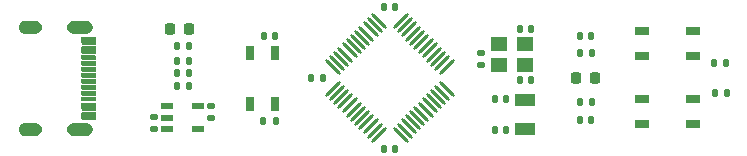
<source format=gtp>
%TF.GenerationSoftware,KiCad,Pcbnew,7.0.6*%
%TF.CreationDate,2023-07-08T14:11:42+08:00*%
%TF.ProjectId,UINIO-MCU-GD32F103C,55494e49-4f2d-44d4-9355-2d4744333246,Version 2.0.0*%
%TF.SameCoordinates,PX92f3a10PY5584170*%
%TF.FileFunction,Paste,Top*%
%TF.FilePolarity,Positive*%
%FSLAX46Y46*%
G04 Gerber Fmt 4.6, Leading zero omitted, Abs format (unit mm)*
G04 Created by KiCad (PCBNEW 7.0.6) date 2023-07-08 14:11:42*
%MOMM*%
%LPD*%
G01*
G04 APERTURE LIST*
G04 Aperture macros list*
%AMRoundRect*
0 Rectangle with rounded corners*
0 $1 Rounding radius*
0 $2 $3 $4 $5 $6 $7 $8 $9 X,Y pos of 4 corners*
0 Add a 4 corners polygon primitive as box body*
4,1,4,$2,$3,$4,$5,$6,$7,$8,$9,$2,$3,0*
0 Add four circle primitives for the rounded corners*
1,1,$1+$1,$2,$3*
1,1,$1+$1,$4,$5*
1,1,$1+$1,$6,$7*
1,1,$1+$1,$8,$9*
0 Add four rect primitives between the rounded corners*
20,1,$1+$1,$2,$3,$4,$5,0*
20,1,$1+$1,$4,$5,$6,$7,0*
20,1,$1+$1,$6,$7,$8,$9,0*
20,1,$1+$1,$8,$9,$2,$3,0*%
%AMHorizOval*
0 Thick line with rounded ends*
0 $1 width*
0 $2 $3 position (X,Y) of the first rounded end (center of the circle)*
0 $4 $5 position (X,Y) of the second rounded end (center of the circle)*
0 Add line between two ends*
20,1,$1,$2,$3,$4,$5,0*
0 Add two circle primitives to create the rounded ends*
1,1,$1,$2,$3*
1,1,$1,$4,$5*%
G04 Aperture macros list end*
%ADD10C,0.120000*%
%ADD11RoundRect,0.135000X0.135000X0.185000X-0.135000X0.185000X-0.135000X-0.185000X0.135000X-0.185000X0*%
%ADD12RoundRect,0.140000X0.140000X0.170000X-0.140000X0.170000X-0.140000X-0.170000X0.140000X-0.170000X0*%
%ADD13RoundRect,0.135000X-0.135000X-0.185000X0.135000X-0.185000X0.135000X0.185000X-0.135000X0.185000X0*%
%ADD14R,0.650000X1.200000*%
%ADD15R,1.800000X1.000000*%
%ADD16R,1.000000X0.600000*%
%ADD17RoundRect,0.140000X-0.140000X-0.170000X0.140000X-0.170000X0.140000X0.170000X-0.140000X0.170000X0*%
%ADD18RoundRect,0.218750X-0.218750X-0.256250X0.218750X-0.256250X0.218750X0.256250X-0.218750X0.256250X0*%
%ADD19R,1.200000X0.650000*%
%ADD20RoundRect,0.140000X-0.170000X0.140000X-0.170000X-0.140000X0.170000X-0.140000X0.170000X0.140000X0*%
%ADD21R,1.150000X0.600000*%
%ADD22R,1.150000X0.300000*%
%ADD23RoundRect,0.140000X0.170000X-0.140000X0.170000X0.140000X-0.170000X0.140000X-0.170000X-0.140000X0*%
%ADD24R,1.400000X1.200000*%
%ADD25RoundRect,0.135000X0.185000X-0.135000X0.185000X0.135000X-0.185000X0.135000X-0.185000X-0.135000X0*%
%ADD26HorizOval,0.280000X-0.537401X0.537401X0.537401X-0.537401X0*%
%ADD27HorizOval,0.280000X0.537401X0.537401X-0.537401X-0.537401X0*%
%ADD28RoundRect,0.218750X0.218750X0.256250X-0.218750X0.256250X-0.218750X-0.256250X0.218750X-0.256250X0*%
G04 APERTURE END LIST*
%TO.C,USB1*%
D10*
X-29354940Y-7272130D02*
X-30504940Y-7272130D01*
X-30504940Y-6672130D01*
X-29354940Y-6672130D01*
X-29354940Y-7272130D01*
G36*
X-29354940Y-7272130D02*
G01*
X-30504940Y-7272130D01*
X-30504940Y-6672130D01*
X-29354940Y-6672130D01*
X-29354940Y-7272130D01*
G37*
X-29354940Y-8072130D02*
X-30504940Y-8072130D01*
X-30504940Y-7472130D01*
X-29354940Y-7472130D01*
X-29354940Y-8072130D01*
G36*
X-29354940Y-8072130D02*
G01*
X-30504940Y-8072130D01*
X-30504940Y-7472130D01*
X-29354940Y-7472130D01*
X-29354940Y-8072130D01*
G37*
X-29354940Y-8572130D02*
X-30504940Y-8572130D01*
X-30504940Y-8272130D01*
X-29354940Y-8272130D01*
X-29354940Y-8572130D01*
G36*
X-29354940Y-8572130D02*
G01*
X-30504940Y-8572130D01*
X-30504940Y-8272130D01*
X-29354940Y-8272130D01*
X-29354940Y-8572130D01*
G37*
X-29354940Y-9072130D02*
X-30504940Y-9072130D01*
X-30504940Y-8772130D01*
X-29354940Y-8772130D01*
X-29354940Y-9072130D01*
G36*
X-29354940Y-9072130D02*
G01*
X-30504940Y-9072130D01*
X-30504940Y-8772130D01*
X-29354940Y-8772130D01*
X-29354940Y-9072130D01*
G37*
X-29354940Y-9572130D02*
X-30504940Y-9572130D01*
X-30504940Y-9272130D01*
X-29354940Y-9272130D01*
X-29354940Y-9572130D01*
G36*
X-29354940Y-9572130D02*
G01*
X-30504940Y-9572130D01*
X-30504940Y-9272130D01*
X-29354940Y-9272130D01*
X-29354940Y-9572130D01*
G37*
X-29354940Y-10072130D02*
X-30504940Y-10072130D01*
X-30504940Y-9772130D01*
X-29354940Y-9772130D01*
X-29354940Y-10072130D01*
G36*
X-29354940Y-10072130D02*
G01*
X-30504940Y-10072130D01*
X-30504940Y-9772130D01*
X-29354940Y-9772130D01*
X-29354940Y-10072130D01*
G37*
X-29354940Y-10572130D02*
X-30504940Y-10572130D01*
X-30504940Y-10272130D01*
X-29354940Y-10272130D01*
X-29354940Y-10572130D01*
G36*
X-29354940Y-10572130D02*
G01*
X-30504940Y-10572130D01*
X-30504940Y-10272130D01*
X-29354940Y-10272130D01*
X-29354940Y-10572130D01*
G37*
X-29354940Y-11072130D02*
X-30504940Y-11072130D01*
X-30504940Y-10772130D01*
X-29354940Y-10772130D01*
X-29354940Y-11072130D01*
G36*
X-29354940Y-11072130D02*
G01*
X-30504940Y-11072130D01*
X-30504940Y-10772130D01*
X-29354940Y-10772130D01*
X-29354940Y-11072130D01*
G37*
X-29354940Y-11572130D02*
X-30504940Y-11572130D01*
X-30504940Y-11272130D01*
X-29354940Y-11272130D01*
X-29354940Y-11572130D01*
G36*
X-29354940Y-11572130D02*
G01*
X-30504940Y-11572130D01*
X-30504940Y-11272130D01*
X-29354940Y-11272130D01*
X-29354940Y-11572130D01*
G37*
X-29354940Y-12072130D02*
X-30504940Y-12072130D01*
X-30504940Y-11772130D01*
X-29354940Y-11772130D01*
X-29354940Y-12072130D01*
G36*
X-29354940Y-12072130D02*
G01*
X-30504940Y-12072130D01*
X-30504940Y-11772130D01*
X-29354940Y-11772130D01*
X-29354940Y-12072130D01*
G37*
X-29354940Y-12872130D02*
X-30504940Y-12872130D01*
X-30504940Y-12272130D01*
X-29354940Y-12272130D01*
X-29354940Y-12872130D01*
G36*
X-29354940Y-12872130D02*
G01*
X-30504940Y-12872130D01*
X-30504940Y-12272130D01*
X-29354940Y-12272130D01*
X-29354940Y-12872130D01*
G37*
X-29354940Y-13672130D02*
X-30504940Y-13672130D01*
X-30504940Y-13072130D01*
X-29354940Y-13072130D01*
X-29354940Y-13672130D01*
G36*
X-29354940Y-13672130D02*
G01*
X-30504940Y-13672130D01*
X-30504940Y-13072130D01*
X-29354940Y-13072130D01*
X-29354940Y-13672130D01*
G37*
X-30044940Y-5357130D02*
X-29950940Y-5385130D01*
X-29864940Y-5431130D01*
X-29788940Y-5493130D01*
X-29726940Y-5569130D01*
X-29679940Y-5656130D01*
X-29651940Y-5749130D01*
X-29641940Y-5847130D01*
X-29651940Y-5945130D01*
X-29679940Y-6038130D01*
X-29726940Y-6125130D01*
X-29788940Y-6201130D01*
X-29864940Y-6263130D01*
X-29950940Y-6309130D01*
X-30044940Y-6337130D01*
X-30141940Y-6347130D01*
X-31241940Y-6347130D01*
X-31339940Y-6337130D01*
X-31433940Y-6309130D01*
X-31519940Y-6263130D01*
X-31595940Y-6201130D01*
X-31657940Y-6125130D01*
X-31703940Y-6038130D01*
X-31732940Y-5945130D01*
X-31741940Y-5847130D01*
X-31732940Y-5749130D01*
X-31703940Y-5656130D01*
X-31657940Y-5569130D01*
X-31595940Y-5493130D01*
X-31519940Y-5431130D01*
X-31433940Y-5385130D01*
X-31339940Y-5357130D01*
X-31241940Y-5347130D01*
X-30141940Y-5347130D01*
X-30044940Y-5357130D01*
G36*
X-30044940Y-5357130D02*
G01*
X-29950940Y-5385130D01*
X-29864940Y-5431130D01*
X-29788940Y-5493130D01*
X-29726940Y-5569130D01*
X-29679940Y-5656130D01*
X-29651940Y-5749130D01*
X-29641940Y-5847130D01*
X-29651940Y-5945130D01*
X-29679940Y-6038130D01*
X-29726940Y-6125130D01*
X-29788940Y-6201130D01*
X-29864940Y-6263130D01*
X-29950940Y-6309130D01*
X-30044940Y-6337130D01*
X-30141940Y-6347130D01*
X-31241940Y-6347130D01*
X-31339940Y-6337130D01*
X-31433940Y-6309130D01*
X-31519940Y-6263130D01*
X-31595940Y-6201130D01*
X-31657940Y-6125130D01*
X-31703940Y-6038130D01*
X-31732940Y-5945130D01*
X-31741940Y-5847130D01*
X-31732940Y-5749130D01*
X-31703940Y-5656130D01*
X-31657940Y-5569130D01*
X-31595940Y-5493130D01*
X-31519940Y-5431130D01*
X-31433940Y-5385130D01*
X-31339940Y-5357130D01*
X-31241940Y-5347130D01*
X-30141940Y-5347130D01*
X-30044940Y-5357130D01*
G37*
X-34344940Y-5357130D02*
X-34250940Y-5385130D01*
X-34164940Y-5431130D01*
X-34088940Y-5493130D01*
X-34026940Y-5569130D01*
X-33979940Y-5656130D01*
X-33951940Y-5749130D01*
X-33941940Y-5847130D01*
X-33951940Y-5945130D01*
X-33979940Y-6038130D01*
X-34026940Y-6125130D01*
X-34088940Y-6201130D01*
X-34164940Y-6263130D01*
X-34250940Y-6309130D01*
X-34344940Y-6337130D01*
X-34441940Y-6347130D01*
X-35341940Y-6347130D01*
X-35439940Y-6337130D01*
X-35533940Y-6309130D01*
X-35619940Y-6263130D01*
X-35695940Y-6201130D01*
X-35757940Y-6125130D01*
X-35803940Y-6038130D01*
X-35832940Y-5945130D01*
X-35841940Y-5847130D01*
X-35832940Y-5749130D01*
X-35803940Y-5656130D01*
X-35757940Y-5569130D01*
X-35695940Y-5493130D01*
X-35619940Y-5431130D01*
X-35533940Y-5385130D01*
X-35439940Y-5357130D01*
X-35341940Y-5347130D01*
X-34441940Y-5347130D01*
X-34344940Y-5357130D01*
G36*
X-34344940Y-5357130D02*
G01*
X-34250940Y-5385130D01*
X-34164940Y-5431130D01*
X-34088940Y-5493130D01*
X-34026940Y-5569130D01*
X-33979940Y-5656130D01*
X-33951940Y-5749130D01*
X-33941940Y-5847130D01*
X-33951940Y-5945130D01*
X-33979940Y-6038130D01*
X-34026940Y-6125130D01*
X-34088940Y-6201130D01*
X-34164940Y-6263130D01*
X-34250940Y-6309130D01*
X-34344940Y-6337130D01*
X-34441940Y-6347130D01*
X-35341940Y-6347130D01*
X-35439940Y-6337130D01*
X-35533940Y-6309130D01*
X-35619940Y-6263130D01*
X-35695940Y-6201130D01*
X-35757940Y-6125130D01*
X-35803940Y-6038130D01*
X-35832940Y-5945130D01*
X-35841940Y-5847130D01*
X-35832940Y-5749130D01*
X-35803940Y-5656130D01*
X-35757940Y-5569130D01*
X-35695940Y-5493130D01*
X-35619940Y-5431130D01*
X-35533940Y-5385130D01*
X-35439940Y-5357130D01*
X-35341940Y-5347130D01*
X-34441940Y-5347130D01*
X-34344940Y-5357130D01*
G37*
X-30044940Y-14007130D02*
X-29950940Y-14035130D01*
X-29864940Y-14081130D01*
X-29788940Y-14143130D01*
X-29726940Y-14219130D01*
X-29679940Y-14306130D01*
X-29651940Y-14399130D01*
X-29641940Y-14497130D01*
X-29651940Y-14595130D01*
X-29679940Y-14688130D01*
X-29726940Y-14775130D01*
X-29788940Y-14851130D01*
X-29864940Y-14913130D01*
X-29950940Y-14959130D01*
X-30044940Y-14987130D01*
X-30141940Y-14997130D01*
X-31241940Y-14997130D01*
X-31339940Y-14987130D01*
X-31433940Y-14959130D01*
X-31519940Y-14913130D01*
X-31595940Y-14851130D01*
X-31657940Y-14775130D01*
X-31703940Y-14688130D01*
X-31732940Y-14595130D01*
X-31741940Y-14497130D01*
X-31732940Y-14399130D01*
X-31703940Y-14306130D01*
X-31657940Y-14219130D01*
X-31595940Y-14143130D01*
X-31519940Y-14081130D01*
X-31433940Y-14035130D01*
X-31339940Y-14007130D01*
X-31241940Y-13997130D01*
X-30141940Y-13997130D01*
X-30044940Y-14007130D01*
G36*
X-30044940Y-14007130D02*
G01*
X-29950940Y-14035130D01*
X-29864940Y-14081130D01*
X-29788940Y-14143130D01*
X-29726940Y-14219130D01*
X-29679940Y-14306130D01*
X-29651940Y-14399130D01*
X-29641940Y-14497130D01*
X-29651940Y-14595130D01*
X-29679940Y-14688130D01*
X-29726940Y-14775130D01*
X-29788940Y-14851130D01*
X-29864940Y-14913130D01*
X-29950940Y-14959130D01*
X-30044940Y-14987130D01*
X-30141940Y-14997130D01*
X-31241940Y-14997130D01*
X-31339940Y-14987130D01*
X-31433940Y-14959130D01*
X-31519940Y-14913130D01*
X-31595940Y-14851130D01*
X-31657940Y-14775130D01*
X-31703940Y-14688130D01*
X-31732940Y-14595130D01*
X-31741940Y-14497130D01*
X-31732940Y-14399130D01*
X-31703940Y-14306130D01*
X-31657940Y-14219130D01*
X-31595940Y-14143130D01*
X-31519940Y-14081130D01*
X-31433940Y-14035130D01*
X-31339940Y-14007130D01*
X-31241940Y-13997130D01*
X-30141940Y-13997130D01*
X-30044940Y-14007130D01*
G37*
X-34344940Y-14007130D02*
X-34250940Y-14035130D01*
X-34164940Y-14081130D01*
X-34088940Y-14143130D01*
X-34026940Y-14219130D01*
X-33979940Y-14306130D01*
X-33951940Y-14399130D01*
X-33941940Y-14497130D01*
X-33951940Y-14595130D01*
X-33979940Y-14688130D01*
X-34026940Y-14775130D01*
X-34088940Y-14851130D01*
X-34164940Y-14913130D01*
X-34250940Y-14959130D01*
X-34344940Y-14987130D01*
X-34441940Y-14997130D01*
X-35341940Y-14997130D01*
X-35439940Y-14987130D01*
X-35533940Y-14959130D01*
X-35619940Y-14913130D01*
X-35695940Y-14851130D01*
X-35757940Y-14775130D01*
X-35803940Y-14688130D01*
X-35832940Y-14595130D01*
X-35841940Y-14497130D01*
X-35832940Y-14399130D01*
X-35803940Y-14306130D01*
X-35757940Y-14219130D01*
X-35695940Y-14143130D01*
X-35619940Y-14081130D01*
X-35533940Y-14035130D01*
X-35439940Y-14007130D01*
X-35341940Y-13997130D01*
X-34441940Y-13997130D01*
X-34344940Y-14007130D01*
G36*
X-34344940Y-14007130D02*
G01*
X-34250940Y-14035130D01*
X-34164940Y-14081130D01*
X-34088940Y-14143130D01*
X-34026940Y-14219130D01*
X-33979940Y-14306130D01*
X-33951940Y-14399130D01*
X-33941940Y-14497130D01*
X-33951940Y-14595130D01*
X-33979940Y-14688130D01*
X-34026940Y-14775130D01*
X-34088940Y-14851130D01*
X-34164940Y-14913130D01*
X-34250940Y-14959130D01*
X-34344940Y-14987130D01*
X-34441940Y-14997130D01*
X-35341940Y-14997130D01*
X-35439940Y-14987130D01*
X-35533940Y-14959130D01*
X-35619940Y-14913130D01*
X-35695940Y-14851130D01*
X-35757940Y-14775130D01*
X-35803940Y-14688130D01*
X-35832940Y-14595130D01*
X-35841940Y-14497130D01*
X-35832940Y-14399130D01*
X-35803940Y-14306130D01*
X-35757940Y-14219130D01*
X-35695940Y-14143130D01*
X-35619940Y-14081130D01*
X-35533940Y-14035130D01*
X-35439940Y-14007130D01*
X-35341940Y-13997130D01*
X-34441940Y-13997130D01*
X-34344940Y-14007130D01*
G37*
%TD*%
D11*
%TO.C,R1*%
X-21430940Y-7452130D03*
X-22450940Y-7452130D03*
%TD*%
D12*
%TO.C,C7*%
X12649060Y-13727130D03*
X11689060Y-13727130D03*
%TD*%
D13*
%TO.C,R8*%
X23079060Y-8912130D03*
X24099060Y-8912130D03*
%TD*%
D14*
%TO.C,SW2*%
X-14095940Y-8072130D03*
X-14095940Y-12372130D03*
X-16245940Y-8072130D03*
X-16245940Y-12372130D03*
%TD*%
D15*
%TO.C,Y1*%
X7039060Y-12012130D03*
X7039060Y-14512130D03*
%TD*%
D16*
%TO.C,U1*%
X-23230940Y-12576130D03*
X-23230940Y-13526130D03*
X-23230940Y-14476130D03*
X-20630940Y-14476130D03*
X-20630940Y-12576130D03*
%TD*%
D17*
%TO.C,C11*%
X4479060Y-11972130D03*
X5439060Y-11972130D03*
%TD*%
D18*
%TO.C,D1*%
X-23008440Y-6062130D03*
X-21433440Y-6062130D03*
%TD*%
D19*
%TO.C,SW3*%
X16929060Y-11952130D03*
X21229060Y-11952130D03*
X16929060Y-14102130D03*
X21229060Y-14102130D03*
%TD*%
D20*
%TO.C,C2*%
X-24330940Y-13512130D03*
X-24330940Y-14472130D03*
%TD*%
D13*
%TO.C,R10*%
X11659060Y-12177130D03*
X12679060Y-12177130D03*
%TD*%
%TO.C,R4*%
X-22450940Y-10882130D03*
X-21430940Y-10882130D03*
%TD*%
D12*
%TO.C,C4*%
X-3930940Y-4172130D03*
X-4890940Y-4172130D03*
%TD*%
D17*
%TO.C,C10*%
X4479060Y-14542130D03*
X5439060Y-14542130D03*
%TD*%
D21*
%TO.C,USB1*%
X-29929940Y-6972130D03*
X-29929940Y-7772130D03*
D22*
X-29929940Y-8922130D03*
X-29929940Y-9922130D03*
X-29929940Y-10422130D03*
X-29929940Y-11422130D03*
D21*
X-29929940Y-13372130D03*
X-29929940Y-12572130D03*
D22*
X-29929940Y-11922130D03*
X-29929940Y-10922130D03*
X-29929940Y-9422130D03*
X-29929940Y-8422130D03*
%TD*%
D23*
%TO.C,C5*%
X-19520940Y-13532130D03*
X-19520940Y-12572130D03*
%TD*%
D11*
%TO.C,R9*%
X24109060Y-11452130D03*
X23089060Y-11452130D03*
%TD*%
D24*
%TO.C,Y2*%
X6999060Y-7332130D03*
X4799060Y-7332130D03*
X4799060Y-9032130D03*
X6999060Y-9032130D03*
%TD*%
D13*
%TO.C,R5*%
X11659060Y-8077130D03*
X12679060Y-8077130D03*
%TD*%
D17*
%TO.C,C6*%
X-4900940Y-16152130D03*
X-3940940Y-16152130D03*
%TD*%
D25*
%TO.C,R7*%
X3329060Y-9112130D03*
X3329060Y-8092130D03*
%TD*%
D26*
%TO.C,U2*%
X-3491701Y-14975456D03*
X-3138148Y-14621903D03*
X-2784594Y-14268349D03*
X-2431041Y-13914796D03*
X-2077488Y-13561243D03*
X-1723934Y-13207689D03*
X-1370381Y-12854136D03*
X-1016827Y-12500582D03*
X-663274Y-12147029D03*
X-309721Y-11793476D03*
X43833Y-11439922D03*
X397386Y-11086369D03*
D27*
X397386Y-9247891D03*
X43833Y-8894338D03*
X-309721Y-8540784D03*
X-663274Y-8187231D03*
X-1016827Y-7833678D03*
X-1370381Y-7480124D03*
X-1723934Y-7126571D03*
X-2077488Y-6773017D03*
X-2431041Y-6419464D03*
X-2784594Y-6065911D03*
X-3138148Y-5712357D03*
X-3491701Y-5358804D03*
D26*
X-5330179Y-5358804D03*
X-5683732Y-5712357D03*
X-6037286Y-6065911D03*
X-6390839Y-6419464D03*
X-6744392Y-6773017D03*
X-7097946Y-7126571D03*
X-7451499Y-7480124D03*
X-7805053Y-7833678D03*
X-8158606Y-8187231D03*
X-8512159Y-8540784D03*
X-8865713Y-8894338D03*
X-9219266Y-9247891D03*
D27*
X-9219266Y-11086369D03*
X-8865713Y-11439922D03*
X-8512159Y-11793476D03*
X-8158606Y-12147029D03*
X-7805053Y-12500582D03*
X-7451499Y-12854136D03*
X-7097946Y-13207689D03*
X-6744392Y-13561243D03*
X-6390839Y-13914796D03*
X-6037286Y-14268349D03*
X-5683732Y-14621903D03*
X-5330179Y-14975456D03*
%TD*%
D12*
%TO.C,C8*%
X7569060Y-10342130D03*
X6609060Y-10342130D03*
%TD*%
D11*
%TO.C,R3*%
X-21430940Y-8702130D03*
X-22450940Y-8702130D03*
%TD*%
%TO.C,R2*%
X-21430940Y-9792130D03*
X-22450940Y-9792130D03*
%TD*%
D12*
%TO.C,C1*%
X12649060Y-6577130D03*
X11689060Y-6577130D03*
%TD*%
D28*
%TO.C,L1*%
X12956560Y-10177130D03*
X11381560Y-10177130D03*
%TD*%
D12*
%TO.C,C9*%
X-14090940Y-6582130D03*
X-15050940Y-6582130D03*
%TD*%
D17*
%TO.C,C3*%
X-11060940Y-10132130D03*
X-10100940Y-10132130D03*
%TD*%
D13*
%TO.C,R6*%
X-15100940Y-13832130D03*
X-14080940Y-13832130D03*
%TD*%
D12*
%TO.C,C12*%
X7569060Y-6022130D03*
X6609060Y-6022130D03*
%TD*%
D19*
%TO.C,SW1*%
X21229060Y-8352130D03*
X16929060Y-8352130D03*
X21229060Y-6202130D03*
X16929060Y-6202130D03*
%TD*%
M02*

</source>
